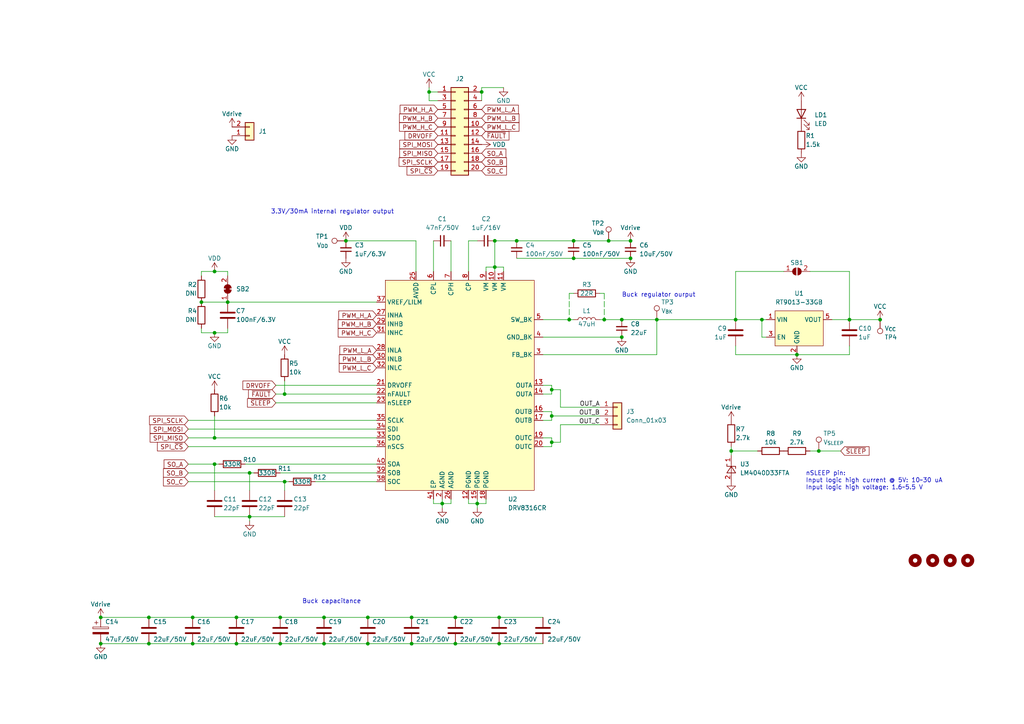
<source format=kicad_sch>
(kicad_sch (version 20230121) (generator eeschema)
  (paper "A4")
  (lib_symbols
    (symbol "Connector:TestPoint" (pin_numbers hide) (pin_names (offset 0.762) hide)
      (property "Reference" "TP" (at 0 6.858 0))
      (property "Value" "TestPoint" (at 0 5.08 0))
      (symbol "TestPoint_0_1"
        (circle (center 0 3.302) (radius 0.762))
      )
      (symbol "TestPoint_1_1"
        (pin passive line (at 0 0 90) (length 2.54) (name "1") (number "1"))
      )
    )
    (symbol "Connector_Generic:Conn_01x02" (pin_names (offset 1.016) hide)
      (property "Reference" "J" (at 0 2.54 0))
      (property "Value" "Conn_01x02" (at 0 -5.08 0))
      (symbol "Conn_01x02_1_1"
        (rectangle (start -1.27 -2.413) (end 0 -2.667) (stroke (width 0.1524)))
        (rectangle (start -1.27 0.127) (end 0 -0.127) (stroke (width 0.1524)))
        (rectangle (start -1.27 1.27) (end 1.27 -3.81) (stroke (width 0.254)) (fill (type background)))
        (pin passive line (at -5.08 0 0) (length 3.81) (name "Pin_1") (number "1"))
        (pin passive line (at -5.08 -2.54 0) (length 3.81) (name "Pin_2") (number "2"))
      )
    )
    (symbol "Connector_Generic:Conn_01x03" (pin_names (offset 1.016) hide)
      (property "Reference" "J" (at 0 5.08 0))
      (property "Value" "Conn_01x03" (at 0 -5.08 0))
      (symbol "Conn_01x03_1_1"
        (rectangle (start -1.27 -2.413) (end 0 -2.667) (stroke (width 0.1524)))
        (rectangle (start -1.27 0.127) (end 0 -0.127) (stroke (width 0.1524)))
        (rectangle (start -1.27 2.667) (end 0 2.413) (stroke (width 0.1524)))
        (rectangle (start -1.27 3.81) (end 1.27 -3.81) (stroke (width 0.254)) (fill (type background)))
        (pin passive line (at -5.08 2.54 0) (length 3.81) (name "Pin_1") (number "1"))
        (pin passive line (at -5.08 0 0) (length 3.81) (name "Pin_2") (number "2"))
        (pin passive line (at -5.08 -2.54 0) (length 3.81) (name "Pin_3") (number "3"))
      )
    )
    (symbol "Connector_Generic:Conn_02x10_Odd_Even" (pin_names (offset 1.016) hide)
      (property "Reference" "J" (at 1.27 12.7 0))
      (property "Value" "Conn_02x10_Odd_Even" (at 1.27 -15.24 0))
      (symbol "Conn_02x10_Odd_Even_1_1"
        (rectangle (start -1.27 -12.573) (end 0 -12.827) (stroke (width 0.1524)))
        (rectangle (start -1.27 -10.033) (end 0 -10.287) (stroke (width 0.1524)))
        (rectangle (start -1.27 -7.493) (end 0 -7.747) (stroke (width 0.1524)))
        (rectangle (start -1.27 -4.953) (end 0 -5.207) (stroke (width 0.1524)))
        (rectangle (start -1.27 -2.413) (end 0 -2.667) (stroke (width 0.1524)))
        (rectangle (start -1.27 0.127) (end 0 -0.127) (stroke (width 0.1524)))
        (rectangle (start -1.27 2.667) (end 0 2.413) (stroke (width 0.1524)))
        (rectangle (start -1.27 5.207) (end 0 4.953) (stroke (width 0.1524)))
        (rectangle (start -1.27 7.747) (end 0 7.493) (stroke (width 0.1524)))
        (rectangle (start -1.27 10.287) (end 0 10.033) (stroke (width 0.1524)))
        (rectangle (start -1.27 11.43) (end 3.81 -13.97) (stroke (width 0.254)) (fill (type background)))
        (rectangle (start 3.81 -12.573) (end 2.54 -12.827) (stroke (width 0.1524)))
        (rectangle (start 3.81 -10.033) (end 2.54 -10.287) (stroke (width 0.1524)))
        (rectangle (start 3.81 -7.493) (end 2.54 -7.747) (stroke (width 0.1524)))
        (rectangle (start 3.81 -4.953) (end 2.54 -5.207) (stroke (width 0.1524)))
        (rectangle (start 3.81 -2.413) (end 2.54 -2.667) (stroke (width 0.1524)))
        (rectangle (start 3.81 0.127) (end 2.54 -0.127) (stroke (width 0.1524)))
        (rectangle (start 3.81 2.667) (end 2.54 2.413) (stroke (width 0.1524)))
        (rectangle (start 3.81 5.207) (end 2.54 4.953) (stroke (width 0.1524)))
        (rectangle (start 3.81 7.747) (end 2.54 7.493) (stroke (width 0.1524)))
        (rectangle (start 3.81 10.287) (end 2.54 10.033) (stroke (width 0.1524)))
        (pin passive line (at -5.08 10.16 0) (length 3.81) (name "Pin_1") (number "1"))
        (pin passive line (at 7.62 0 180) (length 3.81) (name "Pin_10") (number "10"))
        (pin passive line (at -5.08 -2.54 0) (length 3.81) (name "Pin_11") (number "11"))
        (pin passive line (at 7.62 -2.54 180) (length 3.81) (name "Pin_12") (number "12"))
        (pin passive line (at -5.08 -5.08 0) (length 3.81) (name "Pin_13") (number "13"))
        (pin passive line (at 7.62 -5.08 180) (length 3.81) (name "Pin_14") (number "14"))
        (pin passive line (at -5.08 -7.62 0) (length 3.81) (name "Pin_15") (number "15"))
        (pin passive line (at 7.62 -7.62 180) (length 3.81) (name "Pin_16") (number "16"))
        (pin passive line (at -5.08 -10.16 0) (length 3.81) (name "Pin_17") (number "17"))
        (pin passive line (at 7.62 -10.16 180) (length 3.81) (name "Pin_18") (number "18"))
        (pin passive line (at -5.08 -12.7 0) (length 3.81) (name "Pin_19") (number "19"))
        (pin passive line (at 7.62 10.16 180) (length 3.81) (name "Pin_2") (number "2"))
        (pin passive line (at 7.62 -12.7 180) (length 3.81) (name "Pin_20") (number "20"))
        (pin passive line (at -5.08 7.62 0) (length 3.81) (name "Pin_3") (number "3"))
        (pin passive line (at 7.62 7.62 180) (length 3.81) (name "Pin_4") (number "4"))
        (pin passive line (at -5.08 5.08 0) (length 3.81) (name "Pin_5") (number "5"))
        (pin passive line (at 7.62 5.08 180) (length 3.81) (name "Pin_6") (number "6"))
        (pin passive line (at -5.08 2.54 0) (length 3.81) (name "Pin_7") (number "7"))
        (pin passive line (at 7.62 2.54 180) (length 3.81) (name "Pin_8") (number "8"))
        (pin passive line (at -5.08 0 0) (length 3.81) (name "Pin_9") (number "9"))
      )
    )
    (symbol "Device:C" (pin_numbers hide) (pin_names (offset 0.254))
      (property "Reference" "C" (at 0.635 2.54 0))
      (property "Value" "C" (at 0.635 -2.54 0))
      (symbol "C_0_1"
        (polyline (pts (xy -2.032 -0.762) (xy 2.032 -0.762)) (stroke (width 0.508)))
        (polyline (pts (xy -2.032 0.762) (xy 2.032 0.762)) (stroke (width 0.508)))
      )
      (symbol "C_1_1"
        (pin passive line (at 0 3.81 270) (length 2.794) (name "~") (number "1"))
        (pin passive line (at 0 -3.81 90) (length 2.794) (name "~") (number "2"))
      )
    )
    (symbol "Device:C_Polarized" (pin_numbers hide) (pin_names (offset 0.254))
      (property "Reference" "C" (at 0.635 2.54 0))
      (property "Value" "C_Polarized" (at 0.635 -2.54 0))
      (symbol "C_Polarized_0_1"
        (rectangle (start -2.286 0.508) (end 2.286 1.016))
        (polyline (pts (xy -1.778 2.286) (xy -0.762 2.286)))
        (polyline (pts (xy -1.27 2.794) (xy -1.27 1.778)))
        (rectangle (start 2.286 -0.508) (end -2.286 -1.016) (fill (type outline)))
      )
      (symbol "C_Polarized_1_1"
        (pin passive line (at 0 3.81 270) (length 2.794) (name "~") (number "1"))
        (pin passive line (at 0 -3.81 90) (length 2.794) (name "~") (number "2"))
      )
    )
    (symbol "Device:C_Small" (pin_numbers hide) (pin_names (offset 0.254) hide)
      (property "Reference" "C" (at 0.254 1.778 0))
      (property "Value" "C_Small" (at 0.254 -2.032 0))
      (symbol "C_Small_0_1"
        (polyline (pts (xy -1.524 -0.508) (xy 1.524 -0.508)) (stroke (width 0.3302)))
        (polyline (pts (xy -1.524 0.508) (xy 1.524 0.508)) (stroke (width 0.3048)))
      )
      (symbol "C_Small_1_1"
        (pin passive line (at 0 2.54 270) (length 2.032) (name "~") (number "1"))
        (pin passive line (at 0 -2.54 90) (length 2.032) (name "~") (number "2"))
      )
    )
    (symbol "Device:L" (pin_numbers hide) (pin_names (offset 1.016) hide)
      (property "Reference" "L" (at -1.27 0 90))
      (property "Value" "L" (at 1.905 0 90))
      (symbol "L_0_1"
        (arc (start 0 -2.54) (mid 0.6323 -1.905) (end 0 -1.27))
        (arc (start 0 -1.27) (mid 0.6323 -0.635) (end 0 0))
        (arc (start 0 0) (mid 0.6323 0.635) (end 0 1.27))
        (arc (start 0 1.27) (mid 0.6323 1.905) (end 0 2.54))
      )
      (symbol "L_1_1"
        (pin passive line (at 0 3.81 270) (length 1.27) (name "1") (number "1"))
        (pin passive line (at 0 -3.81 90) (length 1.27) (name "2") (number "2"))
      )
    )
    (symbol "Device:LED" (pin_numbers hide) (pin_names (offset 1.016) hide)
      (property "Reference" "D" (at 0 2.54 0))
      (property "Value" "LED" (at 0 -2.54 0))
      (symbol "LED_0_1"
        (polyline (pts (xy -1.27 -1.27) (xy -1.27 1.27)) (stroke (width 0.254)))
        (polyline (pts (xy -1.27 0) (xy 1.27 0)))
        (polyline (pts (xy 1.27 -1.27) (xy 1.27 1.27) (xy -1.27 0) (xy 1.27 -1.27)) (stroke (width 0.254)))
        (polyline (pts (xy -3.048 -0.762) (xy -4.572 -2.286) (xy -3.81 -2.286) (xy -4.572 -2.286) (xy -4.572 -1.524)))
        (polyline (pts (xy -1.778 -0.762) (xy -3.302 -2.286) (xy -2.54 -2.286) (xy -3.302 -2.286) (xy -3.302 -1.524)))
      )
      (symbol "LED_1_1"
        (pin passive line (at -3.81 0 0) (length 2.54) (name "K") (number "1"))
        (pin passive line (at 3.81 0 180) (length 2.54) (name "A") (number "2"))
      )
    )
    (symbol "Device:R" (pin_numbers hide) (pin_names (offset 0))
      (property "Reference" "R" (at 2.032 0 90))
      (property "Value" "R" (at 0 0 90))
      (symbol "R_0_1"
        (rectangle (start -1.016 -2.54) (end 1.016 2.54) (stroke (width 0.254)))
      )
      (symbol "R_1_1"
        (pin passive line (at 0 3.81 270) (length 1.27) (name "~") (number "1"))
        (pin passive line (at 0 -3.81 90) (length 1.27) (name "~") (number "2"))
      )
    )
    (symbol "Jumper:SolderJumper_2_Bridged" (pin_names (offset 0) hide)
      (property "Reference" "JP" (at 0 2.032 0))
      (property "Value" "SolderJumper_2_Bridged" (at 0 -2.54 0))
      (symbol "SolderJumper_2_Bridged_0_1"
        (rectangle (start -0.508 0.508) (end 0.508 -0.508) (fill (type outline)))
        (arc (start -0.254 1.016) (mid -1.2656 0) (end -0.254 -1.016))
        (arc (start -0.254 1.016) (mid -1.2656 0) (end -0.254 -1.016) (fill (type outline)))
        (polyline (pts (xy -0.254 1.016) (xy -0.254 -1.016)))
        (polyline (pts (xy 0.254 1.016) (xy 0.254 -1.016)))
        (arc (start 0.254 -1.016) (mid 1.2656 0) (end 0.254 1.016))
        (arc (start 0.254 -1.016) (mid 1.2656 0) (end 0.254 1.016) (fill (type outline)))
      )
      (symbol "SolderJumper_2_Bridged_1_1"
        (pin passive line (at -3.81 0 0) (length 2.54) (name "A") (number "1"))
        (pin passive line (at 3.81 0 180) (length 2.54) (name "B") (number "2"))
      )
    )
    (symbol "Jumper:SolderJumper_2_Open" (pin_names (offset 0) hide)
      (property "Reference" "JP" (at 0 2.032 0))
      (property "Value" "SolderJumper_2_Open" (at 0 -2.54 0))
      (symbol "SolderJumper_2_Open_0_1"
        (arc (start -0.254 1.016) (mid -1.2656 0) (end -0.254 -1.016))
        (arc (start -0.254 1.016) (mid -1.2656 0) (end -0.254 -1.016) (fill (type outline)))
        (polyline (pts (xy -0.254 1.016) (xy -0.254 -1.016)))
        (polyline (pts (xy 0.254 1.016) (xy 0.254 -1.016)))
        (arc (start 0.254 -1.016) (mid 1.2656 0) (end 0.254 1.016))
        (arc (start 0.254 -1.016) (mid 1.2656 0) (end 0.254 1.016) (fill (type outline)))
      )
      (symbol "SolderJumper_2_Open_1_1"
        (pin passive line (at -3.81 0 0) (length 2.54) (name "A") (number "1"))
        (pin passive line (at 3.81 0 180) (length 2.54) (name "B") (number "2"))
      )
    )
    (symbol "Mechanical:MountingHole" (pin_names (offset 1.016))
      (property "Reference" "H" (at 0 5.08 0))
      (property "Value" "MountingHole" (at 0 3.175 0))
      (symbol "MountingHole_0_1"
        (circle (center 0 0) (radius 1.27) (stroke (width 1.27)))
      )
    )
    (symbol "Reference_Voltage:LM4040DBZ-3" (pin_names (offset 0.0254) hide)
      (property "Reference" "U" (at 0 2.54 0))
      (property "Value" "LM4040DBZ-3" (at 0 -3.175 0))
      (symbol "LM4040DBZ-3_0_1"
        (polyline (pts (xy -1.27 0) (xy 0 0) (xy 1.27 0)))
        (polyline (pts (xy -1.27 -1.27) (xy 0.635 0) (xy -1.27 1.27) (xy -1.27 -1.27)) (stroke (width 0.2032)))
        (polyline (pts (xy 0 -1.27) (xy 0.635 -1.27) (xy 0.635 1.27) (xy 1.27 1.27)) (stroke (width 0.2032)))
      )
      (symbol "LM4040DBZ-3_1_1"
        (pin passive line (at 3.81 0 180) (length 2.54) (name "K") (number "1"))
        (pin passive line (at -3.81 0 0) (length 2.54) (name "A") (number "2"))
      )
    )
    (symbol "moco8316:DRV8316CR"
      (property "Reference" "U?" (at 20.32 -33.02 0))
      (property "Value" "DRV8316CR" (at 20.32 -30.48 0))
      (symbol "DRV8316CR_0_0"
        (pin no_connect non_logic (at 24.13 -20.32 180) (length 2.54) hide (name "NC") (number "1"))
        (pin power_in line (at 10.16 35.56 270) (length 2.54) (name "VM") (number "10"))
        (pin power_in line (at 12.7 35.56 270) (length 2.54) (name "VM") (number "11"))
        (pin power_in line (at 2.54 -30.48 90) (length 2.54) (name "PGND") (number "12"))
        (pin output line (at 24.13 2.54 180) (length 2.54) (name "OUTA") (number "13"))
        (pin output line (at 24.13 0 180) (length 2.54) (name "OUTA") (number "14"))
        (pin power_in line (at 5.08 -30.48 90) (length 2.54) (name "PGND") (number "15"))
        (pin output line (at 24.13 -5.08 180) (length 2.54) (name "OUTB") (number "16"))
        (pin output line (at 24.13 -7.62 180) (length 2.54) (name "OUTB") (number "17"))
        (pin power_in line (at 7.62 -30.48 90) (length 2.54) (name "PGND") (number "18"))
        (pin output line (at 24.13 -12.7 180) (length 2.54) (name "OUTC") (number "19"))
        (pin power_in line (at -5.08 -30.48 90) (length 2.54) (name "AGND") (number "2"))
        (pin output line (at 24.13 -15.24 180) (length 2.54) (name "OUTC") (number "20"))
        (pin input line (at -24.13 2.54 0) (length 2.54) (name "DRVOFF") (number "21"))
        (pin output line (at -24.13 0 0) (length 2.54) (name "nFAULT") (number "22"))
        (pin input line (at -24.13 -2.54 0) (length 2.54) (name "nSLEEP") (number "23"))
        (pin no_connect non_logic (at 24.13 -17.78 180) (length 2.54) hide (name "NC") (number "24"))
        (pin power_out line (at -12.7 35.56 270) (length 2.54) (name "AVDD") (number "25"))
        (pin power_in line (at -2.54 -30.48 90) (length 2.54) (name "AGND") (number "26"))
        (pin input line (at -24.13 22.86 0) (length 2.54) (name "INHA") (number "27"))
        (pin input line (at -24.13 12.7 0) (length 2.54) (name "INLA") (number "28"))
        (pin input line (at -24.13 20.32 0) (length 2.54) (name "INHB") (number "29"))
        (pin power_in line (at 24.13 11.43 180) (length 2.54) (name "FB_BK") (number "3"))
        (pin input line (at -24.13 10.16 0) (length 2.54) (name "INLB") (number "30"))
        (pin input line (at -24.13 17.78 0) (length 2.54) (name "INHC") (number "31"))
        (pin input line (at -24.13 7.62 0) (length 2.54) (name "INLC") (number "32"))
        (pin output line (at -24.13 -12.7 0) (length 2.54) (name "SDO") (number "33"))
        (pin input line (at -24.13 -10.16 0) (length 2.54) (name "SDI") (number "34"))
        (pin input line (at -24.13 -7.62 0) (length 2.54) (name "SCLK") (number "35"))
        (pin input line (at -24.13 -15.24 0) (length 2.54) (name "nSCS") (number "36"))
        (pin power_in line (at -24.13 26.67 0) (length 2.54) (name "VREF/LILM") (number "37"))
        (pin output line (at -24.13 -25.4 0) (length 2.54) (name "SOC") (number "38"))
        (pin output line (at -24.13 -22.86 0) (length 2.54) (name "SOB") (number "39"))
        (pin power_in line (at 24.13 16.51 180) (length 2.54) (name "GND_BK") (number "4"))
        (pin output line (at -24.13 -20.32 0) (length 2.54) (name "SOA") (number "40"))
        (pin power_in line (at -7.62 -30.48 90) (length 2.54) (name "EP") (number "41"))
        (pin power_out line (at 24.13 21.59 180) (length 2.54) (name "SW_BK") (number "5"))
        (pin power_in line (at -7.62 35.56 270) (length 2.54) (name "CPL") (number "6"))
        (pin power_in line (at -2.54 35.56 270) (length 2.54) (name "CPH") (number "7"))
        (pin power_out line (at 2.54 35.56 270) (length 2.54) (name "CP") (number "8"))
        (pin power_in line (at 7.62 35.56 270) (length 2.54) (name "VM") (number "9"))
      )
      (symbol "DRV8316CR_0_1"
        (rectangle (start -21.59 33.02) (end 21.59 -27.94) (fill (type background)))
      )
    )
    (symbol "power:GND" (power) (pin_names (offset 0))
      (property "Value" "GND" (at 0 -3.81 0))
      (symbol "GND_0_1"
        (polyline (pts (xy 0 0) (xy 0 -1.27) (xy 1.27 -1.27) (xy 0 -2.54) (xy -1.27 -1.27) (xy 0 -1.27)))
      )
      (symbol "GND_1_1"
        (pin power_in line (at 0 0 270) (length 0) hide (name "GND") (number "1"))
      )
    )
    (symbol "power:VCC" (power) (pin_names (offset 0))
      (property "Value" "VCC" (at 0 3.81 0))
      (symbol "VCC_0_1"
        (polyline (pts (xy -0.762 1.27) (xy 0 2.54)))
        (polyline (pts (xy 0 0) (xy 0 2.54)))
        (polyline (pts (xy 0 2.54) (xy 0.762 1.27)))
      )
      (symbol "VCC_1_1"
        (pin power_in line (at 0 0 90) (length 0) hide (name "VCC") (number "1"))
      )
    )
    (symbol "power:VDD" (power) (pin_names (offset 0))
      (property "Value" "VDD" (at 0 3.81 0))
      (symbol "VDD_0_1"
        (polyline (pts (xy -0.762 1.27) (xy 0 2.54)))
        (polyline (pts (xy 0 0) (xy 0 2.54)))
        (polyline (pts (xy 0 2.54) (xy 0.762 1.27)))
      )
      (symbol "VDD_1_1"
        (pin power_in line (at 0 0 90) (length 0) hide (name "VDD") (number "1"))
      )
    )
    (symbol "power:Vdrive" (power) (pin_names (offset 0))
      (property "Value" "Vdrive" (at 0 3.81 0))
      (symbol "Vdrive_0_1"
        (polyline (pts (xy -0.762 1.27) (xy 0 2.54)))
        (polyline (pts (xy 0 0) (xy 0 2.54)))
        (polyline (pts (xy 0 2.54) (xy 0.762 1.27)))
      )
      (symbol "Vdrive_1_1"
        (pin power_in line (at 0 0 90) (length 0) hide (name "Vdrive") (number "1"))
      )
    )
    (symbol "rp-micro:RT9013-33GB"
      (property "Reference" "U?" (at 0 8.89 0))
      (property "Value" "RT9013-33GB" (at 0 6.35 0))
      (symbol "RT9013-33GB_0_0"
        (pin no_connect non_logic (at 10.16 -2.54 180) (length 2.54) hide (name "NC") (number "4"))
      )
      (symbol "RT9013-33GB_0_1"
        (rectangle (start -6.35 5.08) (end 7.62 -5.08) (fill (type background)))
      )
      (symbol "RT9013-33GB_1_1"
        (pin power_in line (at -8.89 2.54 0) (length 2.54) (name "VIN") (number "1"))
        (pin power_in line (at 0 -7.62 90) (length 2.54) (name "GND") (number "2"))
        (pin input line (at -8.89 -2.54 0) (length 2.54) (name "EN") (number "3"))
        (pin power_out line (at 10.16 2.54 180) (length 2.54) (name "VOUT") (number "5"))
      )
    )
  )
  (junction (at 128.27 146.05))
  (junction (at 62.23 134.62))
  (junction (at 160.02 128.27))
  (junction (at 106.68 186.69))
  (junction (at 180.34 92.71))
  (junction (at 139.7 26.67))
  (junction (at 175.26 92.71))
  (junction (at 72.39 137.16))
  (junction (at 68.58 186.69))
  (junction (at 165.1 92.71))
  (junction (at 231.14 102.87))
  (junction (at 68.58 179.07))
  (junction (at 93.98 186.69))
  (junction (at 106.68 179.07))
  (junction (at 149.86 69.85))
  (junction (at 176.53 69.85))
  (junction (at 100.33 69.85))
  (junction (at 138.43 146.05))
  (junction (at 143.51 69.85))
  (junction (at 182.88 69.85))
  (junction (at 190.5 92.71))
  (junction (at 132.08 186.69))
  (junction (at 119.38 186.69))
  (junction (at 43.18 186.69))
  (junction (at 160.02 113.03))
  (junction (at 132.08 179.07))
  (junction (at 182.88 74.93))
  (junction (at 82.55 114.3))
  (junction (at 62.23 78.74))
  (junction (at 255.27 92.71))
  (junction (at 119.38 179.07))
  (junction (at 143.51 77.47))
  (junction (at 81.28 179.07))
  (junction (at 72.39 149.86))
  (junction (at 29.21 179.07))
  (junction (at 82.55 139.7))
  (junction (at 246.38 92.71))
  (junction (at 237.49 130.81))
  (junction (at 43.18 179.07))
  (junction (at 58.42 87.63))
  (junction (at 144.78 186.69))
  (junction (at 29.21 186.69))
  (junction (at 144.78 179.07))
  (junction (at 213.36 92.71))
  (junction (at 166.37 74.93))
  (junction (at 124.46 26.67))
  (junction (at 55.88 186.69))
  (junction (at 160.02 120.65))
  (junction (at 66.04 87.63))
  (junction (at 220.98 92.71))
  (junction (at 62.23 127))
  (junction (at 166.37 69.85))
  (junction (at 180.34 97.79))
  (junction (at 212.09 130.81))
  (junction (at 93.98 179.07))
  (junction (at 62.23 96.52))
  (junction (at 81.28 186.69))
  (junction (at 55.88 179.07))
  (wire (pts (xy 125.73 144.78) (xy 125.73 146.05)))
  (wire (pts (xy 139.7 29.21) (xy 139.7 26.67)))
  (wire (pts (xy 100.33 69.85) (xy 120.65 69.85)))
  (wire (pts (xy 138.43 144.78) (xy 138.43 146.05)))
  (wire (pts (xy 140.97 144.78) (xy 140.97 146.05)))
  (wire (pts (xy 160.02 128.27) (xy 160.02 129.54)))
  (wire (pts (xy 213.36 102.87) (xy 213.36 100.33)))
  (wire (pts (xy 160.02 121.92) (xy 157.48 121.92)))
  (wire (pts (xy 80.01 114.3) (xy 82.55 114.3)))
  (wire (pts (xy 43.18 179.07) (xy 29.21 179.07)))
  (wire (pts (xy 66.04 96.52) (xy 66.04 95.25)))
  (wire (pts (xy 144.78 186.69) (xy 157.48 186.69)))
  (wire (pts (xy 72.39 137.16) (xy 73.66 137.16)))
  (wire (pts (xy 72.39 142.24) (xy 72.39 137.16)))
  (wire (pts (xy 162.56 128.27) (xy 162.56 123.19)))
  (wire (pts (xy 54.61 124.46) (xy 109.22 124.46)))
  (wire (pts (xy 124.46 29.21) (xy 124.46 26.67)))
  (wire (pts (xy 80.01 116.84) (xy 109.22 116.84)))
  (wire (pts (xy 246.38 92.71) (xy 241.3 92.71)))
  (wire (pts (xy 128.27 144.78) (xy 128.27 146.05)))
  (wire (pts (xy 175.26 92.71) (xy 180.34 92.71)))
  (wire (pts (xy 220.98 92.71) (xy 222.25 92.71)))
  (wire (pts (xy 175.26 85.09) (xy 173.99 85.09)))
  (wire (pts (xy 157.48 102.87) (xy 190.5 102.87)))
  (wire (pts (xy 55.88 186.69) (xy 68.58 186.69)))
  (wire (pts (xy 130.81 144.78) (xy 130.81 146.05)))
  (wire (pts (xy 143.51 77.47) (xy 143.51 78.74)))
  (wire (pts (xy 66.04 87.63) (xy 109.22 87.63)))
  (wire (pts (xy 135.89 69.85) (xy 135.89 78.74)))
  (wire (pts (xy 93.98 179.07) (xy 106.68 179.07)))
  (wire (pts (xy 175.26 92.71) (xy 173.99 92.71)))
  (wire (pts (xy 82.55 114.3) (xy 109.22 114.3)))
  (wire (pts (xy 82.55 142.24) (xy 82.55 139.7)))
  (wire (pts (xy 120.65 69.85) (xy 120.65 78.74)))
  (wire (pts (xy 149.86 74.93) (xy 166.37 74.93)))
  (wire (pts (xy 160.02 120.65) (xy 160.02 121.92)))
  (wire (pts (xy 175.26 85.09) (xy 175.26 92.71)) (stroke (width 0) (type dash)))
  (wire (pts (xy 246.38 78.74) (xy 246.38 92.71)))
  (wire (pts (xy 165.1 85.09) (xy 165.1 92.71)) (stroke (width 0) (type dash)))
  (wire (pts (xy 106.68 179.07) (xy 119.38 179.07)))
  (wire (pts (xy 243.84 130.81) (xy 237.49 130.81)))
  (wire (pts (xy 146.05 77.47) (xy 146.05 78.74)))
  (wire (pts (xy 144.78 179.07) (xy 157.48 179.07)))
  (wire (pts (xy 160.02 120.65) (xy 173.99 120.65)))
  (wire (pts (xy 190.5 102.87) (xy 190.5 92.71)))
  (wire (pts (xy 135.89 146.05) (xy 138.43 146.05)))
  (wire (pts (xy 81.28 179.07) (xy 93.98 179.07)))
  (wire (pts (xy 138.43 69.85) (xy 135.89 69.85)))
  (wire (pts (xy 125.73 146.05) (xy 128.27 146.05)))
  (wire (pts (xy 162.56 123.19) (xy 173.99 123.19)))
  (wire (pts (xy 176.53 69.85) (xy 166.37 69.85)))
  (wire (pts (xy 66.04 78.74) (xy 62.23 78.74)))
  (wire (pts (xy 212.09 130.81) (xy 212.09 132.08)))
  (wire (pts (xy 62.23 127) (xy 109.22 127)))
  (wire (pts (xy 160.02 113.03) (xy 162.56 113.03)))
  (wire (pts (xy 157.48 111.76) (xy 160.02 111.76)))
  (wire (pts (xy 54.61 121.92) (xy 109.22 121.92)))
  (wire (pts (xy 82.55 110.49) (xy 82.55 114.3)))
  (wire (pts (xy 180.34 92.71) (xy 190.5 92.71)))
  (wire (pts (xy 140.97 146.05) (xy 138.43 146.05)))
  (wire (pts (xy 160.02 111.76) (xy 160.02 113.03)))
  (wire (pts (xy 54.61 137.16) (xy 72.39 137.16)))
  (wire (pts (xy 213.36 92.71) (xy 220.98 92.71)))
  (wire (pts (xy 157.48 114.3) (xy 160.02 114.3)))
  (wire (pts (xy 162.56 118.11) (xy 173.99 118.11)))
  (wire (pts (xy 58.42 96.52) (xy 58.42 95.25)))
  (wire (pts (xy 219.71 130.81) (xy 212.09 130.81)))
  (wire (pts (xy 55.88 179.07) (xy 68.58 179.07)))
  (wire (pts (xy 58.42 78.74) (xy 58.42 80.01)))
  (wire (pts (xy 124.46 26.67) (xy 127 26.67)))
  (wire (pts (xy 132.08 186.69) (xy 144.78 186.69)))
  (wire (pts (xy 190.5 92.71) (xy 213.36 92.71)))
  (wire (pts (xy 143.51 69.85) (xy 143.51 77.47)))
  (wire (pts (xy 166.37 74.93) (xy 182.88 74.93)))
  (wire (pts (xy 162.56 113.03) (xy 162.56 118.11)))
  (wire (pts (xy 246.38 102.87) (xy 246.38 100.33)))
  (wire (pts (xy 125.73 69.85) (xy 125.73 78.74)))
  (wire (pts (xy 143.51 77.47) (xy 146.05 77.47)))
  (wire (pts (xy 43.18 186.69) (xy 29.21 186.69)))
  (wire (pts (xy 68.58 186.69) (xy 81.28 186.69)))
  (wire (pts (xy 160.02 129.54) (xy 157.48 129.54)))
  (wire (pts (xy 82.55 139.7) (xy 83.82 139.7)))
  (wire (pts (xy 160.02 119.38) (xy 160.02 120.65)))
  (wire (pts (xy 119.38 179.07) (xy 132.08 179.07)))
  (wire (pts (xy 130.81 69.85) (xy 130.81 78.74)))
  (wire (pts (xy 93.98 186.69) (xy 81.28 186.69)))
  (wire (pts (xy 234.95 130.81) (xy 237.49 130.81)))
  (wire (pts (xy 157.48 127) (xy 160.02 127)))
  (wire (pts (xy 149.86 69.85) (xy 143.51 69.85)))
  (wire (pts (xy 139.7 26.67) (xy 139.7 25.4)))
  (wire (pts (xy 80.01 111.76) (xy 109.22 111.76)))
  (wire (pts (xy 62.23 142.24) (xy 62.23 134.62)))
  (wire (pts (xy 140.97 77.47) (xy 140.97 78.74)))
  (wire (pts (xy 130.81 146.05) (xy 128.27 146.05)))
  (wire (pts (xy 231.14 102.87) (xy 246.38 102.87)))
  (wire (pts (xy 62.23 149.86) (xy 72.39 149.86)))
  (wire (pts (xy 71.12 134.62) (xy 109.22 134.62)))
  (wire (pts (xy 157.48 97.79) (xy 180.34 97.79)))
  (wire (pts (xy 246.38 92.71) (xy 255.27 92.71)))
  (wire (pts (xy 54.61 134.62) (xy 62.23 134.62)))
  (wire (pts (xy 149.86 69.85) (xy 166.37 69.85)))
  (wire (pts (xy 127 29.21) (xy 124.46 29.21)))
  (wire (pts (xy 81.28 137.16) (xy 109.22 137.16)))
  (wire (pts (xy 176.53 69.85) (xy 182.88 69.85)))
  (wire (pts (xy 220.98 97.79) (xy 220.98 92.71)))
  (wire (pts (xy 93.98 186.69) (xy 106.68 186.69)))
  (wire (pts (xy 54.61 139.7) (xy 82.55 139.7)))
  (wire (pts (xy 212.09 129.54) (xy 212.09 130.81)))
  (wire (pts (xy 234.95 78.74) (xy 246.38 78.74)))
  (wire (pts (xy 132.08 179.07) (xy 144.78 179.07)))
  (wire (pts (xy 227.33 78.74) (xy 213.36 78.74)))
  (wire (pts (xy 165.1 92.71) (xy 166.37 92.71)))
  (wire (pts (xy 62.23 134.62) (xy 63.5 134.62)))
  (wire (pts (xy 66.04 96.52) (xy 62.23 96.52)))
  (wire (pts (xy 128.27 146.05) (xy 128.27 147.32)))
  (wire (pts (xy 43.18 179.07) (xy 55.88 179.07)))
  (wire (pts (xy 62.23 96.52) (xy 58.42 96.52)))
  (wire (pts (xy 54.61 127) (xy 62.23 127)))
  (wire (pts (xy 222.25 97.79) (xy 220.98 97.79)))
  (wire (pts (xy 160.02 113.03) (xy 160.02 114.3)))
  (wire (pts (xy 213.36 78.74) (xy 213.36 92.71)))
  (wire (pts (xy 165.1 85.09) (xy 166.37 85.09)))
  (wire (pts (xy 66.04 87.63) (xy 58.42 87.63)))
  (wire (pts (xy 43.18 186.69) (xy 55.88 186.69)))
  (wire (pts (xy 54.61 129.54) (xy 109.22 129.54)))
  (wire (pts (xy 140.97 77.47) (xy 143.51 77.47)))
  (wire (pts (xy 213.36 102.87) (xy 231.14 102.87)))
  (wire (pts (xy 160.02 128.27) (xy 162.56 128.27)))
  (wire (pts (xy 106.68 186.69) (xy 119.38 186.69)))
  (wire (pts (xy 138.43 146.05) (xy 138.43 147.32)))
  (wire (pts (xy 139.7 25.4) (xy 146.05 25.4)))
  (wire (pts (xy 135.89 144.78) (xy 135.89 146.05)))
  (wire (pts (xy 68.58 179.07) (xy 81.28 179.07)))
  (wire (pts (xy 119.38 186.69) (xy 132.08 186.69)))
  (wire (pts (xy 157.48 92.71) (xy 165.1 92.71)))
  (wire (pts (xy 62.23 120.65) (xy 62.23 127)))
  (wire (pts (xy 66.04 78.74) (xy 66.04 80.01)))
  (wire (pts (xy 91.44 139.7) (xy 109.22 139.7)))
  (wire (pts (xy 72.39 151.13) (xy 72.39 149.86)))
  (wire (pts (xy 157.48 119.38) (xy 160.02 119.38)))
  (wire (pts (xy 124.46 26.67) (xy 124.46 25.4)))
  (wire (pts (xy 160.02 127) (xy 160.02 128.27)))
  (wire (pts (xy 62.23 78.74) (xy 58.42 78.74)))
  (wire (pts (xy 72.39 149.86) (xy 82.55 149.86)))
  (text "3.3V/30mA internal regulator output" (at 114.3 62.23 0) (effects (font (size 1.27 1.27)) (justify right bottom)))
  (text "nSLEEP pin:\nInput logic high current @ 5V: 10~30 uA\nInput logic high voltage: 1.6~5.5 V" (at 233.68 142.24 0) (effects (font (size 1.27 1.27)) (justify left bottom)))
  (text "Buck regulator ourput" (at 180.34 86.36 0) (effects (font (size 1.27 1.27)) (justify left bottom)))
  (text "Buck capacitance" (at 87.63 175.26 0) (effects (font (size 1.27 1.27)) (justify left bottom)))
  (label "OUT_C" (at 173.99 123.19 180))
  (label "OUT_A" (at 173.99 118.11 180))
  (label "OUT_B" (at 173.99 120.65 180))
  (global_label "SO_B" (shape input) (at 139.7 46.99 0) (property "Intersheetrefs" "${INTERSHEET_REFS}" (effects hide)))
  (global_label "PWM_H_A" (shape input) (at 109.22 91.44 180) (property "Intersheetrefs" "${INTERSHEET_REFS}" (effects hide)))
  (global_label "PWM_H_B" (shape input) (at 127 34.29 180) (property "Intersheetrefs" "${INTERSHEET_REFS}" (effects hide)))
  (global_label "SPI_MOSI" (shape input) (at 54.61 124.46 180) (property "Intersheetrefs" "${INTERSHEET_REFS}" (effects hide)))
  (global_label "~{FAULT}" (shape input) (at 139.7 39.37 0) (property "Intersheetrefs" "${INTERSHEET_REFS}" (effects hide)))
  (global_label "PWM_H_B" (shape input) (at 109.22 93.98 180) (property "Intersheetrefs" "${INTERSHEET_REFS}" (effects hide)))
  (global_label "PWM_L_B" (shape input) (at 109.22 104.14 180) (property "Intersheetrefs" "${INTERSHEET_REFS}" (effects hide)))
  (global_label "~{SLEEP}" (shape input) (at 243.84 130.81 0) (property "Intersheetrefs" "${INTERSHEET_REFS}" (effects hide)))
  (global_label "PWM_L_A" (shape input) (at 109.22 101.6 180) (property "Intersheetrefs" "${INTERSHEET_REFS}" (effects hide)))
  (global_label "SPI_~{CS}" (shape input) (at 54.61 129.54 180) (property "Intersheetrefs" "${INTERSHEET_REFS}" (effects hide)))
  (global_label "SPI_SCLK" (shape input) (at 127 46.99 180) (property "Intersheetrefs" "${INTERSHEET_REFS}" (effects hide)))
  (global_label "SPI_MISO" (shape input) (at 127 44.45 180) (property "Intersheetrefs" "${INTERSHEET_REFS}" (effects hide)))
  (global_label "DRVOFF" (shape input) (at 80.01 111.76 180) (property "Intersheetrefs" "${INTERSHEET_REFS}" (effects hide)))
  (global_label "SPI_MISO" (shape input) (at 54.61 127 180) (property "Intersheetrefs" "${INTERSHEET_REFS}" (effects hide)))
  (global_label "SO_C" (shape input) (at 139.7 49.53 0) (property "Intersheetrefs" "${INTERSHEET_REFS}" (effects hide)))
  (global_label "SPI_MOSI" (shape input) (at 127 41.91 180) (property "Intersheetrefs" "${INTERSHEET_REFS}" (effects hide)))
  (global_label "SPI_~{CS}" (shape input) (at 127 49.53 180) (property "Intersheetrefs" "${INTERSHEET_REFS}" (effects hide)))
  (global_label "SPI_SCLK" (shape input) (at 54.61 121.92 180) (property "Intersheetrefs" "${INTERSHEET_REFS}" (effects hide)))
  (global_label "SO_A" (shape input) (at 139.7 44.45 0) (property "Intersheetrefs" "${INTERSHEET_REFS}" (effects hide)))
  (global_label "PWM_L_B" (shape input) (at 139.7 34.29 0) (property "Intersheetrefs" "${INTERSHEET_REFS}" (effects hide)))
  (global_label "PWM_H_C" (shape input) (at 127 36.83 180) (property "Intersheetrefs" "${INTERSHEET_REFS}" (effects hide)))
  (global_label "PWM_H_C" (shape input) (at 109.22 96.52 180) (property "Intersheetrefs" "${INTERSHEET_REFS}" (effects hide)))
  (global_label "PWM_L_C" (shape input) (at 109.22 106.68 180) (property "Intersheetrefs" "${INTERSHEET_REFS}" (effects hide)))
  (global_label "~{SLEEP}" (shape input) (at 80.01 116.84 180) (property "Intersheetrefs" "${INTERSHEET_REFS}" (effects hide)))
  (global_label "SO_B" (shape input) (at 54.61 137.16 180) (property "Intersheetrefs" "${INTERSHEET_REFS}" (effects hide)))
  (global_label "PWM_H_A" (shape input) (at 127 31.75 180) (property "Intersheetrefs" "${INTERSHEET_REFS}" (effects hide)))
  (global_label "DRVOFF" (shape input) (at 127 39.37 180) (property "Intersheetrefs" "${INTERSHEET_REFS}" (effects hide)))
  (global_label "PWM_L_A" (shape input) (at 139.7 31.75 0) (property "Intersheetrefs" "${INTERSHEET_REFS}" (effects hide)))
  (global_label "SO_C" (shape input) (at 54.61 139.7 180) (property "Intersheetrefs" "${INTERSHEET_REFS}" (effects hide)))
  (global_label "SO_A" (shape input) (at 54.61 134.62 180) (property "Intersheetrefs" "${INTERSHEET_REFS}" (effects hide)))
  (global_label "~{FAULT}" (shape input) (at 80.01 114.3 180) (property "Intersheetrefs" "${INTERSHEET_REFS}" (effects hide)))
  (global_label "PWM_L_C" (shape input) (at 139.7 36.83 0) (property "Intersheetrefs" "${INTERSHEET_REFS}" (effects hide)))
  (symbol (lib_id "Device:C") (at 82.55 146.05 0) (mirror y) (unit 1)
    (property "Reference" "C13" (at 85.09 144.78 0) (effects (justify right)))
    (property "Value" "22pF" (at 85.09 147.32 0) (effects (justify right)))
    (property "Footprint" "Capacitor_SMD:C_0603_1608Metric" (effects hide))
  )
  (symbol (lib_id "power:VDD") (at 62.23 78.74 0) (mirror y) (unit 1)
    (property "Reference" "#PWR012" (effects hide))
    (property "Value" "VDD" (at 62.23 74.93 0))
  )
  (symbol (lib_id "Device:C") (at 106.68 182.88 0) (mirror y) (unit 1)
    (property "Reference" "C20" (at 107.95 180.34 0) (effects (justify right)))
    (property "Value" "22uF/50V" (at 107.95 185.42 0) (effects (justify right)))
    (property "Footprint" "Capacitor_SMD:C_0805_2012Metric" (effects hide))
  )
  (symbol (lib_id "Connector_Generic:Conn_01x03") (at 179.07 120.65 0) (unit 1)
    (property "Reference" "J3" (at 181.61 119.3799 0) (effects (justify left)))
    (property "Value" "Conn_01x03" (at 181.61 121.9199 0) (effects (justify left)))
    (property "Footprint" "Connector_Wire:SolderWire-2.5sqmm_1x03_P7.2mm_D2.4mm_OD3.6mm" (effects hide))
  )
  (symbol (lib_id "Device:C") (at 62.23 146.05 0) (mirror y) (unit 1)
    (property "Reference" "C11" (at 64.77 144.78 0) (effects (justify right)))
    (property "Value" "22pF" (at 64.77 147.32 0) (effects (justify right)))
    (property "Footprint" "Capacitor_SMD:C_0603_1608Metric" (effects hide))
  )
  (symbol (lib_id "power:Vdrive") (at 29.21 179.07 0) (unit 1)
    (property "Reference" "#PWR024" (effects hide))
    (property "Value" "Vdrive" (at 29.21 175.26 0))
  )
  (symbol (lib_id "power:VCC") (at 82.55 102.87 0) (unit 1)
    (property "Reference" "#PWR016" (effects hide))
    (property "Value" "VCC" (at 82.55 99.06 0))
  )
  (symbol (lib_id "power:GND") (at 212.09 139.7 0) (unit 1)
    (property "Reference" "#PWR020" (effects hide))
    (property "Value" "GND" (at 212.09 143.51 0))
  )
  (symbol (lib_id "Device:C") (at 93.98 182.88 0) (mirror y) (unit 1)
    (property "Reference" "C19" (at 95.25 180.34 0) (effects (justify right)))
    (property "Value" "22uF/50V" (at 95.25 185.42 0) (effects (justify right)))
    (property "Footprint" "Capacitor_SMD:C_0805_2012Metric" (effects hide))
  )
  (symbol (lib_id "Connector_Generic:Conn_02x10_Odd_Even") (at 132.08 36.83 0) (unit 1)
    (property "Reference" "J2" (at 133.35 22.86 0))
    (property "Value" "Conn_02x10_Odd_Even" (effects hide))
    (property "Footprint" "Connector_PinSocket_2.54mm:PinSocket_2x10_P2.54mm_Vertical" (effects hide))
  )
  (symbol (lib_id "Mechanical:MountingHole") (at 280.67 162.56 0) (unit 1)
    (property "Reference" "H4" (effects hide))
    (property "Value" "MountingHole" (effects hide))
    (property "Footprint" "MountingHole:MountingHole_3.2mm_M3" (effects hide))
  )
  (symbol (lib_id "Device:C_Small") (at 100.33 72.39 180) (unit 1)
    (property "Reference" "C3" (at 102.87 71.1135 0) (effects (justify right)))
    (property "Value" "1uF/6.3V" (at 102.87 73.6535 0) (effects (justify right)))
    (property "Footprint" "Capacitor_SMD:C_0603_1608Metric" (effects hide))
  )
  (symbol (lib_id "power:GND") (at 146.05 25.4 0) (unit 1)
    (property "Reference" "#PWR02" (effects hide))
    (property "Value" "GND" (at 146.05 29.21 0))
  )
  (symbol (lib_id "Device:R") (at 170.18 85.09 90) (unit 1)
    (property "Reference" "R3" (at 170.18 82.55 90))
    (property "Value" "22R" (at 170.18 85.09 90))
    (property "Footprint" "Resistor_SMD:R_0603_1608Metric" (effects hide))
  )
  (symbol (lib_id "Connector:TestPoint") (at 255.27 92.71 0) (mirror x) (unit 1)
    (property "Reference" "TP4" (at 256.54 97.79 0) (effects (justify left)))
    (property "Value" "V_{CC}" (at 256.54 95.25 0) (effects (justify left)))
    (property "Footprint" "TestPoint:TestPoint_Pad_D1.0mm" (effects hide))
  )
  (symbol (lib_id "power:VCC") (at 62.23 113.03 0) (unit 1)
    (property "Reference" "#PWR018" (effects hide))
    (property "Value" "VCC" (at 62.23 109.22 0))
  )
  (symbol (lib_id "Connector:TestPoint") (at 176.53 69.85 0) (mirror y) (unit 1)
    (property "Reference" "TP2" (at 175.26 64.77 0) (effects (justify left)))
    (property "Value" "V_{DR}" (at 175.26 67.31 0) (effects (justify left)))
    (property "Footprint" "TestPoint:TestPoint_Pad_D1.0mm" (effects hide))
  )
  (symbol (lib_id "Connector:TestPoint") (at 100.33 69.85 90) (unit 1)
    (property "Reference" "TP1" (at 95.25 68.58 90) (effects (justify left)))
    (property "Value" "V_{DD}" (at 95.25 71.12 90) (effects (justify left)))
    (property "Footprint" "TestPoint:TestPoint_Pad_D1.0mm" (effects hide))
  )
  (symbol (lib_id "power:GND") (at 138.43 147.32 0) (unit 1)
    (property "Reference" "#PWR022" (effects hide))
    (property "Value" "GND" (at 138.43 151.13 0))
  )
  (symbol (lib_id "power:Vdrive") (at 182.88 69.85 0) (unit 1)
    (property "Reference" "#PWR09" (effects hide))
    (property "Value" "Vdrive" (at 182.88 66.04 0))
  )
  (symbol (lib_id "power:Vdrive") (at 67.31 36.83 0) (unit 1)
    (property "Reference" "#PWR04" (effects hide))
    (property "Value" "Vdrive" (at 67.31 33.02 0))
  )
  (symbol (lib_id "Device:C") (at 213.36 96.52 0) (unit 1)
    (property "Reference" "C9" (at 210.82 95.25 0) (effects (justify right)))
    (property "Value" "1uF" (at 210.82 97.79 0) (effects (justify right)))
    (property "Footprint" "Capacitor_SMD:C_0603_1608Metric" (effects hide))
  )
  (symbol (lib_id "Device:C_Small") (at 128.27 69.85 90) (unit 1)
    (property "Reference" "C1" (at 128.2763 63.5 90))
    (property "Value" "47nF/50V" (at 128.2763 66.04 90))
    (property "Footprint" "Capacitor_SMD:C_0603_1608Metric" (effects hide))
  )
  (symbol (lib_id "Device:C") (at 55.88 182.88 0) (mirror y) (unit 1)
    (property "Reference" "C16" (at 57.15 180.34 0) (effects (justify right)))
    (property "Value" "22uF/50V" (at 57.15 185.42 0) (effects (justify right)))
    (property "Footprint" "Capacitor_SMD:C_0805_2012Metric" (effects hide))
  )
  (symbol (lib_id "Device:R") (at 58.42 83.82 0) (mirror y) (unit 1)
    (property "Reference" "R2" (at 57.15 82.55 0) (effects (justify left)))
    (property "Value" "DNI" (at 57.15 85.09 0) (effects (justify left)))
    (property "Footprint" "Resistor_SMD:R_0603_1608Metric" (effects hide))
  )
  (symbol (lib_id "power:VCC") (at 255.27 92.71 0) (unit 1)
    (property "Reference" "#PWR013" (effects hide))
    (property "Value" "VCC" (at 255.27 88.9 0))
  )
  (symbol (lib_id "Device:C_Small") (at 182.88 72.39 180) (unit 1)
    (property "Reference" "C6" (at 185.42 71.12 0) (effects (justify right)))
    (property "Value" "10uF/50V" (at 185.42 73.66 0) (effects (justify right)))
    (property "Footprint" "Capacitor_SMD:C_0805_2012Metric" (effects hide))
    (property "LCSC" "C440198" (effects hide))
    (property "MFR. Part#" "GRM21BR61H106KE43L" (effects hide))
  )
  (symbol (lib_id "Device:R") (at 77.47 137.16 90) (unit 1)
    (property "Reference" "R11" (at 82.55 135.89 90))
    (property "Value" "330R" (at 77.47 137.16 90))
    (property "Footprint" "Resistor_SMD:R_0603_1608Metric" (effects hide))
  )
  (symbol (lib_id "Device:C") (at 66.04 91.44 0) (unit 1)
    (property "Reference" "C7" (at 71.12 90.17 0) (effects (justify right)))
    (property "Value" "100nF/6.3V" (at 80.01 92.71 0) (effects (justify right)))
    (property "Footprint" "Capacitor_SMD:C_0603_1608Metric" (effects hide))
  )
  (symbol (lib_id "Device:C") (at 132.08 182.88 0) (mirror y) (unit 1)
    (property "Reference" "C22" (at 133.35 180.34 0) (effects (justify right)))
    (property "Value" "22uF/50V" (at 133.35 185.42 0) (effects (justify right)))
    (property "Footprint" "Capacitor_SMD:C_0805_2012Metric" (effects hide))
  )
  (symbol (lib_id "Device:C") (at 144.78 182.88 0) (mirror y) (unit 1)
    (property "Reference" "C23" (at 146.05 180.34 0) (effects (justify right)))
    (property "Value" "22uF/50V" (at 146.05 185.42 0) (effects (justify right)))
    (property "Footprint" "Capacitor_SMD:C_0805_2012Metric" (effects hide))
  )
  (symbol (lib_id "Device:R") (at 58.42 91.44 0) (mirror y) (unit 1)
    (property "Reference" "R4" (at 57.15 90.17 0) (effects (justify left)))
    (property "Value" "DNI" (at 57.15 92.71 0) (effects (justify left)))
    (property "Footprint" "Resistor_SMD:R_0603_1608Metric" (effects hide))
  )
  (symbol (lib_id "Device:C_Small") (at 180.34 95.25 180) (unit 1)
    (property "Reference" "C8" (at 182.88 93.9735 0) (effects (justify right)))
    (property "Value" "22uF" (at 182.88 96.5135 0) (effects (justify right)))
    (property "Footprint" "Capacitor_SMD:C_0603_1608Metric" (effects hide))
  )
  (symbol (lib_id "power:GND") (at 231.14 102.87 0) (unit 1)
    (property "Reference" "#PWR017" (effects hide))
    (property "Value" "GND" (at 231.14 106.68 0))
  )
  (symbol (lib_id "power:GND") (at 72.39 151.13 0) (unit 1)
    (property "Reference" "#PWR023" (effects hide))
    (property "Value" "GND" (at 72.39 154.94 0))
  )
  (symbol (lib_id "power:GND") (at 62.23 96.52 0) (mirror y) (unit 1)
    (property "Reference" "#PWR014" (effects hide))
    (property "Value" "GND" (at 62.23 100.33 0))
  )
  (symbol (lib_id "power:GND") (at 232.41 44.45 0) (unit 1)
    (property "Reference" "#PWR07" (effects hide))
    (property "Value" "GND" (at 232.41 48.26 0))
  )
  (symbol (lib_id "Mechanical:MountingHole") (at 265.43 162.56 0) (unit 1)
    (property "Reference" "H1" (effects hide))
    (property "Value" "MountingHole" (effects hide))
    (property "Footprint" "MountingHole:MountingHole_3.2mm_M3" (effects hide))
  )
  (symbol (lib_id "Device:R") (at 82.55 106.68 0) (unit 1)
    (property "Reference" "R5" (at 83.82 105.41 0) (effects (justify left)))
    (property "Value" "10k" (at 83.82 107.95 0) (effects (justify left)))
    (property "Footprint" "Resistor_SMD:R_0603_1608Metric" (effects hide))
  )
  (symbol (lib_id "Mechanical:MountingHole") (at 275.59 162.56 0) (unit 1)
    (property "Reference" "H3" (effects hide))
    (property "Value" "MountingHole" (effects hide))
    (property "Footprint" "MountingHole:MountingHole_3.2mm_M3" (effects hide))
  )
  (symbol (lib_id "Device:C_Small") (at 166.37 72.39 180) (unit 1)
    (property "Reference" "C5" (at 168.91 71.12 0) (effects (justify right)))
    (property "Value" "100nF/50V" (at 168.91 73.66 0) (effects (justify right)))
    (property "Footprint" "Capacitor_SMD:C_0603_1608Metric" (effects hide))
  )
  (symbol (lib_id "Device:R") (at 212.09 125.73 0) (unit 1)
    (property "Reference" "R7" (at 213.36 124.46 0) (effects (justify left)))
    (property "Value" "2.7k" (at 213.36 127 0) (effects (justify left)))
    (property "Footprint" "Resistor_SMD:R_0603_1608Metric" (effects hide))
  )
  (symbol (lib_id "Reference_Voltage:LM4040DBZ-3") (at 212.09 135.89 90) (unit 1)
    (property "Reference" "U3" (at 214.63 134.6199 90) (effects (justify right)))
    (property "Value" "LM4040D33FTA" (at 214.63 137.1599 90) (effects (justify right)))
    (property "Footprint" "Package_TO_SOT_SMD:SOT-23" (effects hide))
    (property "Datasheet" "https://www.diodes.com/assets/Datasheets/LM4040.pdf" (effects hide))
  )
  (symbol (lib_id "Device:R") (at 231.14 130.81 90) (unit 1)
    (property "Reference" "R9" (at 231.14 125.73 90))
    (property "Value" "2.7k" (at 231.14 128.27 90))
    (property "Footprint" "Resistor_SMD:R_0603_1608Metric" (effects hide))
  )
  (symbol (lib_id "Device:R") (at 87.63 139.7 90) (unit 1)
    (property "Reference" "R12" (at 92.71 138.43 90))
    (property "Value" "330R" (at 87.63 139.7 90))
    (property "Footprint" "Resistor_SMD:R_0603_1608Metric" (effects hide))
  )
  (symbol (lib_id "Device:C_Small") (at 140.97 69.85 90) (unit 1)
    (property "Reference" "C2" (at 140.9763 63.5 90))
    (property "Value" "1uF/16V" (at 140.97 66.04 90))
    (property "Footprint" "Capacitor_SMD:C_0603_1608Metric" (effects hide))
  )
  (symbol (lib_id "power:VCC") (at 232.41 29.21 0) (unit 1)
    (property "Reference" "#PWR03" (effects hide))
    (property "Value" "VCC" (at 232.41 25.4 0))
  )
  (symbol (lib_id "Device:R") (at 67.31 134.62 90) (unit 1)
    (property "Reference" "R10" (at 72.39 133.35 90))
    (property "Value" "330R" (at 67.31 134.62 90))
    (property "Footprint" "Resistor_SMD:R_0603_1608Metric" (effects hide))
  )
  (symbol (lib_id "power:GND") (at 100.33 74.93 0) (unit 1)
    (property "Reference" "#PWR010" (effects hide))
    (property "Value" "GND" (at 100.33 78.74 0))
  )
  (symbol (lib_id "Device:C") (at 81.28 182.88 0) (mirror y) (unit 1)
    (property "Reference" "C18" (at 82.55 180.34 0) (effects (justify right)))
    (property "Value" "22uF/50V" (at 82.55 185.42 0) (effects (justify right)))
    (property "Footprint" "Capacitor_SMD:C_0805_2012Metric" (effects hide))
  )
  (symbol (lib_id "power:VDD") (at 100.33 69.85 0) (unit 1)
    (property "Reference" "#PWR08" (effects hide))
    (property "Value" "VDD" (at 100.33 66.04 0))
  )
  (symbol (lib_id "power:GND") (at 180.34 97.79 0) (unit 1)
    (property "Reference" "#PWR015" (effects hide))
    (property "Value" "GND" (at 180.34 101.6 0))
  )
  (symbol (lib_id "Device:R") (at 232.41 40.64 0) (unit 1)
    (property "Reference" "R1" (at 233.68 39.37 0) (effects (justify left)))
    (property "Value" "1.5k" (at 233.68 41.91 0) (effects (justify left)))
    (property "Footprint" "Resistor_SMD:R_0603_1608Metric" (effects hide))
  )
  (symbol (lib_id "power:GND") (at 182.88 74.93 0) (unit 1)
    (property "Reference" "#PWR011" (effects hide))
    (property "Value" "GND" (at 182.88 78.74 0))
  )
  (symbol (lib_id "rp-micro:RT9013-33GB") (at 231.14 95.25 0) (unit 1)
    (property "Reference" "U1" (at 231.775 85.09 0))
    (property "Value" "RT9013-33GB" (at 231.775 87.63 0))
    (property "Footprint" "Package_TO_SOT_SMD:SOT-23-5" (effects hide))
  )
  (symbol (lib_id "Jumper:SolderJumper_2_Bridged") (at 66.04 83.82 270) (mirror x) (unit 1)
    (property "Reference" "SB2" (at 72.39 83.82 90) (effects (justify right)))
    (property "Value" "SolderJumper_2_Bridged" (effects hide))
    (property "Footprint" "Jumper:SolderJumper-2_P1.3mm_Bridged_RoundedPad1.0x1.5mm" (effects hide))
  )
  (symbol (lib_id "Device:L") (at 170.18 92.71 90) (unit 1)
    (property "Reference" "L1" (at 170.18 90.17 90))
    (property "Value" "47uH" (at 170.18 93.98 90))
    (property "Footprint" "Inductor_SMD:L_Taiyo-Yuden_NR-50xx" (effects hide))
    (property "MFR. Part#" "SM4532-470MT" (effects hide))
    (property "LCSC" "C9899" (effects hide))
  )
  (symbol (lib_id "Device:C") (at 43.18 182.88 0) (mirror y) (unit 1)
    (property "Reference" "C15" (at 44.45 180.34 0) (effects (justify right)))
    (property "Value" "22uF/50V" (at 44.45 185.42 0) (effects (justify right)))
    (property "Footprint" "Capacitor_SMD:C_0805_2012Metric" (effects hide))
  )
  (symbol (lib_id "Device:R") (at 223.52 130.81 90) (unit 1)
    (property "Reference" "R8" (at 223.52 125.73 90))
    (property "Value" "10k" (at 223.52 128.27 90))
    (property "Footprint" "Resistor_SMD:R_0603_1608Metric" (effects hide))
  )
  (symbol (lib_id "power:GND") (at 29.21 186.69 0) (unit 1)
    (property "Reference" "#PWR025" (effects hide))
    (property "Value" "GND" (at 29.21 190.5 0))
  )
  (symbol (lib_id "Jumper:SolderJumper_2_Open") (at 231.14 78.74 0) (unit 1)
    (property "Reference" "SB1" (at 231.14 76.2 0))
    (property "Value" "SolderJumper_2_Open" (effects hide))
    (property "Footprint" "Jumper:SolderJumper-2_P1.3mm_Open_RoundedPad1.0x1.5mm" (effects hide))
  )
  (symbol (lib_id "Device:C") (at 246.38 96.52 0) (mirror y) (unit 1)
    (property "Reference" "C10" (at 248.92 95.25 0) (effects (justify right)))
    (property "Value" "1uF" (at 248.92 97.79 0) (effects (justify right)))
    (property "Footprint" "Capacitor_SMD:C_0603_1608Metric" (effects hide))
  )
  (symbol (lib_id "moco8316:DRV8316CR") (at 133.35 114.3 0) (unit 1)
    (property "Reference" "U2" (at 147.32 144.78 0) (effects (justify left)))
    (property "Value" "DRV8316CR" (at 147.32 147.32 0) (effects (justify left)))
    (property "Footprint" "moco:VQFN-40_RGF_5x7mm_0.5mm_pitch_thermalpad" (effects hide))
    (property "Datasheet" "https://www.ti.com/document-viewer/DRV8316C/datasheet/" (effects hide))
  )
  (symbol (lib_id "Mechanical:MountingHole") (at 270.51 162.56 0) (unit 1)
    (property "Reference" "H2" (effects hide))
    (property "Value" "MountingHole" (effects hide))
    (property "Footprint" "MountingHole:MountingHole_3.2mm_M3" (effects hide))
  )
  (symbol (lib_id "Device:C") (at 72.39 146.05 0) (mirror y) (unit 1)
    (property "Reference" "C12" (at 74.93 144.78 0) (effects (justify right)))
    (property "Value" "22pF" (at 74.93 147.32 0) (effects (justify right)))
    (property "Footprint" "Capacitor_SMD:C_0603_1608Metric" (effects hide))
  )
  (symbol (lib_id "power:VCC") (at 124.46 25.4 0) (unit 1)
    (property "Reference" "#PWR01" (effects hide))
    (property "Value" "VCC" (at 124.46 21.59 0))
  )
  (symbol (lib_id "Connector:TestPoint") (at 237.49 130.81 0) (unit 1)
    (property "Reference" "TP5" (at 238.76 125.73 0) (effects (justify left)))
    (property "Value" "V_{SLEEP}" (at 238.76 128.27 0) (effects (justify left)))
    (property "Footprint" "TestPoint:TestPoint_Pad_D1.0mm" (effects hide))
  )
  (symbol (lib_id "power:Vdrive") (at 212.09 121.92 0) (unit 1)
    (property "Reference" "#PWR019" (effects hide))
    (property "Value" "Vdrive" (at 212.09 118.11 0))
  )
  (symbol (lib_id "Device:C_Polarized") (at 29.21 182.88 0) (unit 1)
    (property "Reference" "C14" (at 30.48 180.34 0) (effects (justify left)))
    (property "Value" "47uF/50V" (at 30.48 185.42 0) (effects (justify left)))
    (property "Footprint" "Capacitor_SMD:CP_Elec_6.3x7.7" (effects hide))
    (property "LCSC" "C179814" (effects hide))
    (property "MFR. Part#" "50CE47AX" (effects hide))
  )
  (symbol (lib_id "Device:C") (at 119.38 182.88 0) (mirror y) (unit 1)
    (property "Reference" "C21" (at 120.65 180.34 0) (effects (justify right)))
    (property "Value" "22uF/50V" (at 120.65 185.42 0) (effects (justify right)))
    (property "Footprint" "Capacitor_SMD:C_0805_2012Metric" (effects hide))
  )
  (symbol (lib_id "power:VDD") (at 139.7 41.91 270) (mirror x) (unit 1)
    (property "Reference" "#PWR06" (effects hide))
    (property "Value" "VDD" (at 144.78 41.91 90))
  )
  (symbol (lib_id "Device:LED") (at 232.41 33.02 90) (unit 1)
    (property "Reference" "LD1" (at 236.22 33.3374 90) (effects (justify right)))
    (property "Value" "LED" (at 236.22 35.8774 90) (effects (justify right)))
    (property "Footprint" "LED_SMD:LED_0805_2012Metric_Pad1.15x1.40mm_HandSolder" (effects hide))
  )
  (symbol (lib_id "Connector_Generic:Conn_01x02") (at 72.39 39.37 0) (mirror x) (unit 1)
    (property "Reference" "J1" (at 76.2 38.1 0))
    (property "Value" "Conn_01x02" (effects hide))
    (property "Footprint" "Connector_AMASS:AMASS_XT30UPB-M_1x02_P5.0mm_Vertical" (effects hide))
  )
  (symbol (lib_id "Connector:TestPoint") (at 190.5 92.71 0) (unit 1)
    (property "Reference" "TP3" (at 191.77 87.63 0) (effects (justify left)))
    (property "Value" "V_{BK}" (at 191.77 90.17 0) (effects (justify left)))
    (property "Footprint" "TestPoint:TestPoint_Pad_D1.0mm" (effects hide))
  )
  (symbol (lib_id "power:GND") (at 128.27 147.32 0) (unit 1)
    (property "Reference" "#PWR021" (effects hide))
    (property "Value" "GND" (at 128.27 151.13 0))
  )
  (symbol (lib_id "Device:C_Small") (at 149.86 72.39 180) (unit 1)
    (property "Reference" "C4" (at 152.4 71.12 0) (effects (justify right)))
    (property "Value" "100nF/50V" (at 152.4 73.66 0) (effects (justify right)))
    (property "Footprint" "Capacitor_SMD:C_0603_1608Metric" (effects hide))
  )
  (symbol (lib_id "Device:R") (at 62.23 116.84 0) (unit 1)
    (property "Reference" "R6" (at 63.5 115.57 0) (effects (justify left)))
    (property "Value" "10k" (at 63.5 118.11 0) (effects (justify left)))
    (property "Footprint" "Resistor_SMD:R_0603_1608Metric" (effects hide))
  )
  (symbol (lib_id "Device:C") (at 157.48 182.88 0) (mirror y) (unit 1)
    (property "Reference" "C24" (at 158.75 180.34 0) (effects (justify right)))
    (property "Value" "22uF/50V" (at 158.75 185.42 0) (effects (justify right)))
    (property "Footprint" "Capacitor_SMD:C_0805_2012Metric" (effects hide))
  )
  (symbol (lib_id "Device:C") (at 68.58 182.88 0) (mirror y) (unit 1)
    (property "Reference" "C17" (at 69.85 180.34 0) (effects (justify right)))
    (property "Value" "22uF/50V" (at 69.85 185.42 0) (effects (justify right)))
    (property "Footprint" "Capacitor_SMD:C_0805_2012Metric" (effects hide))
  )
  (symbol (lib_id "power:GND") (at 67.31 39.37 0) (unit 1)
    (property "Reference" "#PWR05" (effects hide))
    (property "Value" "GND" (at 67.31 43.18 0))
  )
)
</source>
